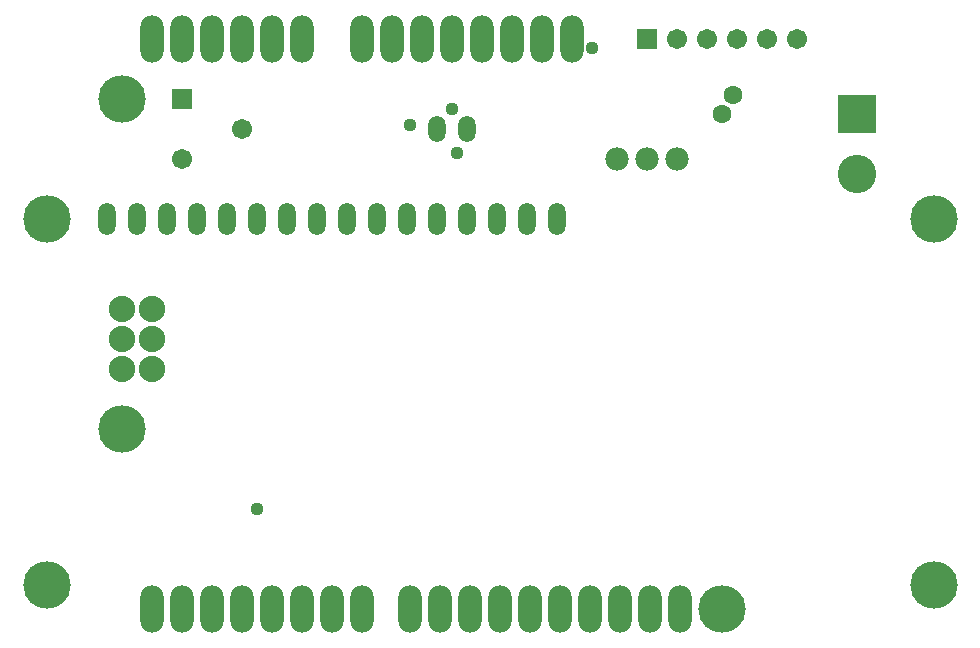
<source format=gts>
G04 Layer_Color=8388736*
%FSLAX24Y24*%
%MOIN*%
G70*
G01*
G75*
%ADD30C,0.0880*%
%ADD31C,0.1580*%
%ADD32O,0.0780X0.1580*%
%ADD33C,0.1280*%
%ADD34R,0.1280X0.1280*%
%ADD35C,0.0780*%
%ADD36C,0.0671*%
%ADD37R,0.0671X0.0671*%
%ADD38O,0.0580X0.1080*%
%ADD39O,0.0580X0.0880*%
%ADD40C,0.0631*%
%ADD41C,0.0440*%
G54D30*
X4500Y9000D02*
D03*
X3500Y11000D02*
D03*
X4500D02*
D03*
X3500Y10000D02*
D03*
X4500D02*
D03*
X3500Y9000D02*
D03*
G54D31*
X23500Y1000D02*
D03*
X3500Y7000D02*
D03*
Y18000D02*
D03*
X30550Y1800D02*
D03*
Y14000D02*
D03*
X1000Y1800D02*
D03*
Y14000D02*
D03*
G54D32*
X16500Y20000D02*
D03*
X15500D02*
D03*
X14500D02*
D03*
X13500D02*
D03*
X12500D02*
D03*
X11500D02*
D03*
X9500D02*
D03*
X8500D02*
D03*
X7500D02*
D03*
X6500D02*
D03*
X5500D02*
D03*
X4500D02*
D03*
Y1000D02*
D03*
X5500D02*
D03*
X6500D02*
D03*
X7500D02*
D03*
X8500D02*
D03*
X9500D02*
D03*
X10500D02*
D03*
X11500D02*
D03*
X13100D02*
D03*
X14100D02*
D03*
X15100D02*
D03*
X16100D02*
D03*
X17100D02*
D03*
X18100D02*
D03*
X19100D02*
D03*
X20100D02*
D03*
X17500Y20000D02*
D03*
X18500D02*
D03*
X21100Y1000D02*
D03*
X22100D02*
D03*
G54D33*
X28000Y15500D02*
D03*
G54D34*
Y17500D02*
D03*
G54D35*
X22000Y16000D02*
D03*
X20000D02*
D03*
X21000D02*
D03*
G54D36*
X5500D02*
D03*
X7500Y17000D02*
D03*
X22000Y20000D02*
D03*
X23000D02*
D03*
X24000D02*
D03*
X25000D02*
D03*
X26000D02*
D03*
G54D37*
X5500Y18000D02*
D03*
X21000Y20000D02*
D03*
G54D38*
X3000Y14000D02*
D03*
X4000D02*
D03*
X5000D02*
D03*
X6000D02*
D03*
X7000D02*
D03*
X8000D02*
D03*
X9000D02*
D03*
X10000D02*
D03*
X11000D02*
D03*
X12000D02*
D03*
X13000D02*
D03*
X14000D02*
D03*
X15000D02*
D03*
X16000D02*
D03*
X17000D02*
D03*
X18000D02*
D03*
G54D39*
X14000Y17000D02*
D03*
X15000D02*
D03*
G54D40*
X23500Y17500D02*
D03*
X23864Y18136D02*
D03*
G54D41*
X13100Y17136D02*
D03*
X8000Y4336D02*
D03*
X14680Y16186D02*
D03*
X14500Y17646D02*
D03*
X19170Y19696D02*
D03*
M02*

</source>
